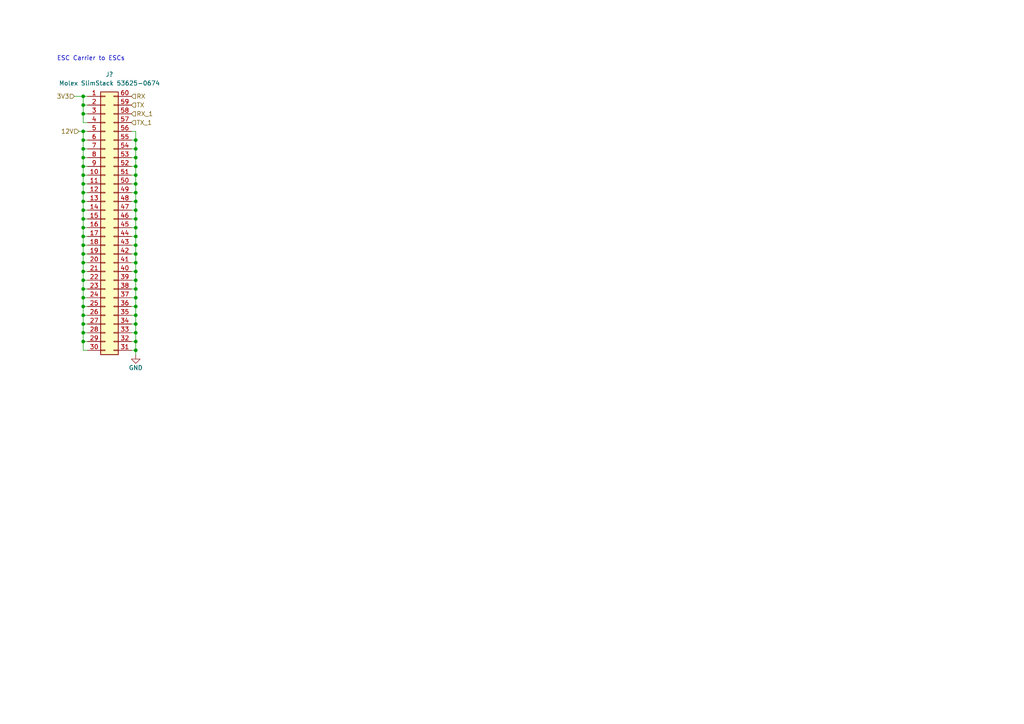
<source format=kicad_sch>
(kicad_sch (version 20230409) (generator eeschema)
  (paper "A4")
  (lib_symbols
    (symbol "Connector_Generic:Conn_02x30_Counter_Clockwise" (pin_names (offset 1.016) hide)
      (property "Reference" "J" (at 1.27 38.1 0))
      (property "Value" "Conn_02x30_Counter_Clockwise" (at 1.27 -40.64 0))
      (symbol "Conn_02x30_Counter_Clockwise_1_1"
        (rectangle (start -1.27 -37.973) (end 0 -38.227) (stroke (width 0.1524)))
        (rectangle (start -1.27 -35.433) (end 0 -35.687) (stroke (width 0.1524)))
        (rectangle (start -1.27 -32.893) (end 0 -33.147) (stroke (width 0.1524)))
        (rectangle (start -1.27 -30.353) (end 0 -30.607) (stroke (width 0.1524)))
        (rectangle (start -1.27 -27.813) (end 0 -28.067) (stroke (width 0.1524)))
        (rectangle (start -1.27 -25.273) (end 0 -25.527) (stroke (width 0.1524)))
        (rectangle (start -1.27 -22.733) (end 0 -22.987) (stroke (width 0.1524)))
        (rectangle (start -1.27 -20.193) (end 0 -20.447) (stroke (width 0.1524)))
        (rectangle (start -1.27 -17.653) (end 0 -17.907) (stroke (width 0.1524)))
        (rectangle (start -1.27 -15.113) (end 0 -15.367) (stroke (width 0.1524)))
        (rectangle (start -1.27 -12.573) (end 0 -12.827) (stroke (width 0.1524)))
        (rectangle (start -1.27 -10.033) (end 0 -10.287) (stroke (width 0.1524)))
        (rectangle (start -1.27 -7.493) (end 0 -7.747) (stroke (width 0.1524)))
        (rectangle (start -1.27 -4.953) (end 0 -5.207) (stroke (width 0.1524)))
        (rectangle (start -1.27 -2.413) (end 0 -2.667) (stroke (width 0.1524)))
        (rectangle (start -1.27 0.127) (end 0 -0.127) (stroke (width 0.1524)))
        (rectangle (start -1.27 2.667) (end 0 2.413) (stroke (width 0.1524)))
        (rectangle (start -1.27 5.207) (end 0 4.953) (stroke (width 0.1524)))
        (rectangle (start -1.27 7.747) (end 0 7.493) (stroke (width 0.1524)))
        (rectangle (start -1.27 10.287) (end 0 10.033) (stroke (width 0.1524)))
        (rectangle (start -1.27 12.827) (end 0 12.573) (stroke (width 0.1524)))
        (rectangle (start -1.27 15.367) (end 0 15.113) (stroke (width 0.1524)))
        (rectangle (start -1.27 17.907) (end 0 17.653) (stroke (width 0.1524)))
        (rectangle (start -1.27 20.447) (end 0 20.193) (stroke (width 0.1524)))
        (rectangle (start -1.27 22.987) (end 0 22.733) (stroke (width 0.1524)))
        (rectangle (start -1.27 25.527) (end 0 25.273) (stroke (width 0.1524)))
        (rectangle (start -1.27 28.067) (end 0 27.813) (stroke (width 0.1524)))
        (rectangle (start -1.27 30.607) (end 0 30.353) (stroke (width 0.1524)))
        (rectangle (start -1.27 33.147) (end 0 32.893) (stroke (width 0.1524)))
        (rectangle (start -1.27 35.687) (end 0 35.433) (stroke (width 0.1524)))
        (rectangle (start -1.27 36.83) (end 3.81 -39.37) (stroke (width 0.254)) (fill (type background)))
        (rectangle (start 3.81 -37.973) (end 2.54 -38.227) (stroke (width 0.1524)))
        (rectangle (start 3.81 -35.433) (end 2.54 -35.687) (stroke (width 0.1524)))
        (rectangle (start 3.81 -32.893) (end 2.54 -33.147) (stroke (width 0.1524)))
        (rectangle (start 3.81 -30.353) (end 2.54 -30.607) (stroke (width 0.1524)))
        (rectangle (start 3.81 -27.813) (end 2.54 -28.067) (stroke (width 0.1524)))
        (rectangle (start 3.81 -25.273) (end 2.54 -25.527) (stroke (width 0.1524)))
        (rectangle (start 3.81 -22.733) (end 2.54 -22.987) (stroke (width 0.1524)))
        (rectangle (start 3.81 -20.193) (end 2.54 -20.447) (stroke (width 0.1524)))
        (rectangle (start 3.81 -17.653) (end 2.54 -17.907) (stroke (width 0.1524)))
        (rectangle (start 3.81 -15.113) (end 2.54 -15.367) (stroke (width 0.1524)))
        (rectangle (start 3.81 -12.573) (end 2.54 -12.827) (stroke (width 0.1524)))
        (rectangle (start 3.81 -10.033) (end 2.54 -10.287) (stroke (width 0.1524)))
        (rectangle (start 3.81 -7.493) (end 2.54 -7.747) (stroke (width 0.1524)))
        (rectangle (start 3.81 -4.953) (end 2.54 -5.207) (stroke (width 0.1524)))
        (rectangle (start 3.81 -2.413) (end 2.54 -2.667) (stroke (width 0.1524)))
        (rectangle (start 3.81 0.127) (end 2.54 -0.127) (stroke (width 0.1524)))
        (rectangle (start 3.81 2.667) (end 2.54 2.413) (stroke (width 0.1524)))
        (rectangle (start 3.81 5.207) (end 2.54 4.953) (stroke (width 0.1524)))
        (rectangle (start 3.81 7.747) (end 2.54 7.493) (stroke (width 0.1524)))
        (rectangle (start 3.81 10.287) (end 2.54 10.033) (stroke (width 0.1524)))
        (rectangle (start 3.81 12.827) (end 2.54 12.573) (stroke (width 0.1524)))
        (rectangle (start 3.81 15.367) (end 2.54 15.113) (stroke (width 0.1524)))
        (rectangle (start 3.81 17.907) (end 2.54 17.653) (stroke (width 0.1524)))
        (rectangle (start 3.81 20.447) (end 2.54 20.193) (stroke (width 0.1524)))
        (rectangle (start 3.81 22.987) (end 2.54 22.733) (stroke (width 0.1524)))
        (rectangle (start 3.81 25.527) (end 2.54 25.273) (stroke (width 0.1524)))
        (rectangle (start 3.81 28.067) (end 2.54 27.813) (stroke (width 0.1524)))
        (rectangle (start 3.81 30.607) (end 2.54 30.353) (stroke (width 0.1524)))
        (rectangle (start 3.81 33.147) (end 2.54 32.893) (stroke (width 0.1524)))
        (rectangle (start 3.81 35.687) (end 2.54 35.433) (stroke (width 0.1524)))
        (pin passive line (at -5.08 35.56 0) (length 3.81) (name "Pin_1") (number "1"))
        (pin passive line (at -5.08 12.7 0) (length 3.81) (name "Pin_10") (number "10"))
        (pin passive line (at -5.08 10.16 0) (length 3.81) (name "Pin_11") (number "11"))
        (pin passive line (at -5.08 7.62 0) (length 3.81) (name "Pin_12") (number "12"))
        (pin passive line (at -5.08 5.08 0) (length 3.81) (name "Pin_13") (number "13"))
        (pin passive line (at -5.08 2.54 0) (length 3.81) (name "Pin_14") (number "14"))
        (pin passive line (at -5.08 0 0) (length 3.81) (name "Pin_15") (number "15"))
        (pin passive line (at -5.08 -2.54 0) (length 3.81) (name "Pin_16") (number "16"))
        (pin passive line (at -5.08 -5.08 0) (length 3.81) (name "Pin_17") (number "17"))
        (pin passive line (at -5.08 -7.62 0) (length 3.81) (name "Pin_18") (number "18"))
        (pin passive line (at -5.08 -10.16 0) (length 3.81) (name "Pin_19") (number "19"))
        (pin passive line (at -5.08 33.02 0) (length 3.81) (name "Pin_2") (number "2"))
        (pin passive line (at -5.08 -12.7 0) (length 3.81) (name "Pin_20") (number "20"))
        (pin passive line (at -5.08 -15.24 0) (length 3.81) (name "Pin_21") (number "21"))
        (pin passive line (at -5.08 -17.78 0) (length 3.81) (name "Pin_22") (number "22"))
        (pin passive line (at -5.08 -20.32 0) (length 3.81) (name "Pin_23") (number "23"))
        (pin passive line (at -5.08 -22.86 0) (length 3.81) (name "Pin_24") (number "24"))
        (pin passive line (at -5.08 -25.4 0) (length 3.81) (name "Pin_25") (number "25"))
        (pin passive line (at -5.08 -27.94 0) (length 3.81) (name "Pin_26") (number "26"))
        (pin passive line (at -5.08 -30.48 0) (length 3.81) (name "Pin_27") (number "27"))
        (pin passive line (at -5.08 -33.02 0) (length 3.81) (name "Pin_28") (number "28"))
        (pin passive line (at -5.08 -35.56 0) (length 3.81) (name "Pin_29") (number "29"))
        (pin passive line (at -5.08 30.48 0) (length 3.81) (name "Pin_3") (number "3"))
        (pin passive line (at -5.08 -38.1 0) (length 3.81) (name "Pin_30") (number "30"))
        (pin passive line (at 7.62 -38.1 180) (length 3.81) (name "Pin_31") (number "31"))
        (pin passive line (at 7.62 -35.56 180) (length 3.81) (name "Pin_32") (number "32"))
        (pin passive line (at 7.62 -33.02 180) (length 3.81) (name "Pin_33") (number "33"))
        (pin passive line (at 7.62 -30.48 180) (length 3.81) (name "Pin_34") (number "34"))
        (pin passive line (at 7.62 -27.94 180) (length 3.81) (name "Pin_35") (number "35"))
        (pin passive line (at 7.62 -25.4 180) (length 3.81) (name "Pin_36") (number "36"))
        (pin passive line (at 7.62 -22.86 180) (length 3.81) (name "Pin_37") (number "37"))
        (pin passive line (at 7.62 -20.32 180) (length 3.81) (name "Pin_38") (number "38"))
        (pin passive line (at 7.62 -17.78 180) (length 3.81) (name "Pin_39") (number "39"))
        (pin passive line (at -5.08 27.94 0) (length 3.81) (name "Pin_4") (number "4"))
        (pin passive line (at 7.62 -15.24 180) (length 3.81) (name "Pin_40") (number "40"))
        (pin passive line (at 7.62 -12.7 180) (length 3.81) (name "Pin_41") (number "41"))
        (pin passive line (at 7.62 -10.16 180) (length 3.81) (name "Pin_42") (number "42"))
        (pin passive line (at 7.62 -7.62 180) (length 3.81) (name "Pin_43") (number "43"))
        (pin passive line (at 7.62 -5.08 180) (length 3.81) (name "Pin_44") (number "44"))
        (pin passive line (at 7.62 -2.54 180) (length 3.81) (name "Pin_45") (number "45"))
        (pin passive line (at 7.62 0 180) (length 3.81) (name "Pin_46") (number "46"))
        (pin passive line (at 7.62 2.54 180) (length 3.81) (name "Pin_47") (number "47"))
        (pin passive line (at 7.62 5.08 180) (length 3.81) (name "Pin_48") (number "48"))
        (pin passive line (at 7.62 7.62 180) (length 3.81) (name "Pin_49") (number "49"))
        (pin passive line (at -5.08 25.4 0) (length 3.81) (name "Pin_5") (number "5"))
        (pin passive line (at 7.62 10.16 180) (length 3.81) (name "Pin_50") (number "50"))
        (pin passive line (at 7.62 12.7 180) (length 3.81) (name "Pin_51") (number "51"))
        (pin passive line (at 7.62 15.24 180) (length 3.81) (name "Pin_52") (number "52"))
        (pin passive line (at 7.62 17.78 180) (length 3.81) (name "Pin_53") (number "53"))
        (pin passive line (at 7.62 20.32 180) (length 3.81) (name "Pin_54") (number "54"))
        (pin passive line (at 7.62 22.86 180) (length 3.81) (name "Pin_55") (number "55"))
        (pin passive line (at 7.62 25.4 180) (length 3.81) (name "Pin_56") (number "56"))
        (pin passive line (at 7.62 27.94 180) (length 3.81) (name "Pin_57") (number "57"))
        (pin passive line (at 7.62 30.48 180) (length 3.81) (name "Pin_58") (number "58"))
        (pin passive line (at 7.62 33.02 180) (length 3.81) (name "Pin_59") (number "59"))
        (pin passive line (at -5.08 22.86 0) (length 3.81) (name "Pin_6") (number "6"))
        (pin passive line (at 7.62 35.56 180) (length 3.81) (name "Pin_60") (number "60"))
        (pin passive line (at -5.08 20.32 0) (length 3.81) (name "Pin_7") (number "7"))
        (pin passive line (at -5.08 17.78 0) (length 3.81) (name "Pin_8") (number "8"))
        (pin passive line (at -5.08 15.24 0) (length 3.81) (name "Pin_9") (number "9"))
      )
    )
    (symbol "power:GND" (power) (pin_names (offset 0))
      (property "Value" "GND" (at 0 -3.81 0))
      (symbol "GND_0_1"
        (polyline (pts (xy 0 0) (xy 0 -1.27) (xy 1.27 -1.27) (xy 0 -2.54) (xy -1.27 -1.27) (xy 0 -1.27)))
      )
      (symbol "GND_1_1"
        (pin power_in line (at 0 0 270) (length 0) hide (name "GND") (number "1"))
      )
    )
  )
  (junction (at 24.13 53.34))
  (junction (at 24.13 40.64))
  (junction (at 39.37 53.34))
  (junction (at 24.13 30.48))
  (junction (at 39.37 78.74))
  (junction (at 39.37 58.42))
  (junction (at 39.37 73.66))
  (junction (at 24.13 50.8))
  (junction (at 24.13 58.42))
  (junction (at 24.13 33.02))
  (junction (at 24.13 83.82))
  (junction (at 39.37 96.52))
  (junction (at 24.13 76.2))
  (junction (at 24.13 73.66))
  (junction (at 24.13 68.58))
  (junction (at 24.13 81.28))
  (junction (at 24.13 99.06))
  (junction (at 24.13 78.74))
  (junction (at 39.37 50.8))
  (junction (at 24.13 27.94))
  (junction (at 24.13 88.9))
  (junction (at 24.13 71.12))
  (junction (at 24.13 91.44))
  (junction (at 39.37 86.36))
  (junction (at 24.13 38.1))
  (junction (at 24.13 96.52))
  (junction (at 39.37 45.72))
  (junction (at 39.37 76.2))
  (junction (at 39.37 60.96))
  (junction (at 39.37 101.6))
  (junction (at 39.37 40.64))
  (junction (at 39.37 93.98))
  (junction (at 39.37 68.58))
  (junction (at 39.37 71.12))
  (junction (at 39.37 81.28))
  (junction (at 39.37 43.18))
  (junction (at 24.13 60.96))
  (junction (at 39.37 91.44))
  (junction (at 39.37 48.26))
  (junction (at 24.13 55.88))
  (junction (at 24.13 48.26))
  (junction (at 39.37 63.5))
  (junction (at 24.13 43.18))
  (junction (at 39.37 83.82))
  (junction (at 39.37 66.04))
  (junction (at 39.37 99.06))
  (junction (at 39.37 88.9))
  (junction (at 24.13 63.5))
  (junction (at 24.13 45.72))
  (junction (at 24.13 66.04))
  (junction (at 24.13 86.36))
  (junction (at 24.13 93.98))
  (junction (at 39.37 55.88))
  (wire (pts (xy 24.13 55.88) (xy 25.4 55.88)))
  (wire (pts (xy 39.37 43.18) (xy 39.37 45.72)))
  (wire (pts (xy 24.13 53.34) (xy 25.4 53.34)))
  (wire (pts (xy 24.13 78.74) (xy 25.4 78.74)))
  (wire (pts (xy 24.13 88.9) (xy 24.13 91.44)))
  (wire (pts (xy 24.13 50.8) (xy 25.4 50.8)))
  (wire (pts (xy 24.13 71.12) (xy 24.13 73.66)))
  (wire (pts (xy 39.37 86.36) (xy 39.37 88.9)))
  (wire (pts (xy 24.13 33.02) (xy 25.4 33.02)))
  (wire (pts (xy 38.1 99.06) (xy 39.37 99.06)))
  (wire (pts (xy 24.13 73.66) (xy 25.4 73.66)))
  (wire (pts (xy 24.13 78.74) (xy 24.13 81.28)))
  (wire (pts (xy 39.37 73.66) (xy 39.37 76.2)))
  (wire (pts (xy 24.13 99.06) (xy 24.13 101.6)))
  (wire (pts (xy 24.13 60.96) (xy 25.4 60.96)))
  (wire (pts (xy 38.1 63.5) (xy 39.37 63.5)))
  (wire (pts (xy 24.13 48.26) (xy 24.13 50.8)))
  (wire (pts (xy 38.1 45.72) (xy 39.37 45.72)))
  (wire (pts (xy 24.13 58.42) (xy 24.13 60.96)))
  (wire (pts (xy 39.37 55.88) (xy 39.37 58.42)))
  (wire (pts (xy 39.37 76.2) (xy 39.37 78.74)))
  (wire (pts (xy 24.13 83.82) (xy 24.13 86.36)))
  (wire (pts (xy 38.1 50.8) (xy 39.37 50.8)))
  (wire (pts (xy 24.13 86.36) (xy 24.13 88.9)))
  (wire (pts (xy 39.37 60.96) (xy 39.37 63.5)))
  (wire (pts (xy 38.1 55.88) (xy 39.37 55.88)))
  (wire (pts (xy 38.1 76.2) (xy 39.37 76.2)))
  (wire (pts (xy 24.13 71.12) (xy 25.4 71.12)))
  (wire (pts (xy 24.13 91.44) (xy 24.13 93.98)))
  (wire (pts (xy 24.13 76.2) (xy 24.13 78.74)))
  (wire (pts (xy 39.37 48.26) (xy 39.37 50.8)))
  (wire (pts (xy 38.1 83.82) (xy 39.37 83.82)))
  (wire (pts (xy 24.13 35.56) (xy 24.13 33.02)))
  (wire (pts (xy 38.1 40.64) (xy 39.37 40.64)))
  (wire (pts (xy 39.37 83.82) (xy 39.37 86.36)))
  (wire (pts (xy 39.37 63.5) (xy 39.37 66.04)))
  (wire (pts (xy 39.37 66.04) (xy 39.37 68.58)))
  (wire (pts (xy 24.13 63.5) (xy 25.4 63.5)))
  (wire (pts (xy 24.13 43.18) (xy 25.4 43.18)))
  (wire (pts (xy 24.13 55.88) (xy 24.13 58.42)))
  (wire (pts (xy 24.13 40.64) (xy 25.4 40.64)))
  (wire (pts (xy 38.1 66.04) (xy 39.37 66.04)))
  (wire (pts (xy 25.4 101.6) (xy 24.13 101.6)))
  (wire (pts (xy 39.37 50.8) (xy 39.37 53.34)))
  (wire (pts (xy 39.37 93.98) (xy 39.37 96.52)))
  (wire (pts (xy 38.1 93.98) (xy 39.37 93.98)))
  (wire (pts (xy 24.13 66.04) (xy 24.13 68.58)))
  (wire (pts (xy 24.13 50.8) (xy 24.13 53.34)))
  (wire (pts (xy 39.37 101.6) (xy 38.1 101.6)))
  (wire (pts (xy 24.13 45.72) (xy 24.13 48.26)))
  (wire (pts (xy 25.4 35.56) (xy 24.13 35.56)))
  (wire (pts (xy 21.59 27.94) (xy 24.13 27.94)))
  (wire (pts (xy 39.37 53.34) (xy 39.37 55.88)))
  (wire (pts (xy 24.13 38.1) (xy 24.13 40.64)))
  (wire (pts (xy 24.13 40.64) (xy 24.13 43.18)))
  (wire (pts (xy 24.13 81.28) (xy 24.13 83.82)))
  (wire (pts (xy 24.13 60.96) (xy 24.13 63.5)))
  (wire (pts (xy 24.13 30.48) (xy 24.13 27.94)))
  (wire (pts (xy 39.37 38.1) (xy 39.37 40.64)))
  (wire (pts (xy 38.1 81.28) (xy 39.37 81.28)))
  (wire (pts (xy 38.1 91.44) (xy 39.37 91.44)))
  (wire (pts (xy 24.13 43.18) (xy 24.13 45.72)))
  (wire (pts (xy 24.13 83.82) (xy 25.4 83.82)))
  (wire (pts (xy 39.37 45.72) (xy 39.37 48.26)))
  (wire (pts (xy 38.1 58.42) (xy 39.37 58.42)))
  (wire (pts (xy 24.13 91.44) (xy 25.4 91.44)))
  (wire (pts (xy 24.13 68.58) (xy 24.13 71.12)))
  (wire (pts (xy 38.1 38.1) (xy 39.37 38.1)))
  (wire (pts (xy 39.37 99.06) (xy 39.37 101.6)))
  (wire (pts (xy 24.13 93.98) (xy 25.4 93.98)))
  (wire (pts (xy 24.13 96.52) (xy 24.13 99.06)))
  (wire (pts (xy 24.13 66.04) (xy 25.4 66.04)))
  (wire (pts (xy 38.1 53.34) (xy 39.37 53.34)))
  (wire (pts (xy 24.13 48.26) (xy 25.4 48.26)))
  (wire (pts (xy 24.13 86.36) (xy 25.4 86.36)))
  (wire (pts (xy 38.1 71.12) (xy 39.37 71.12)))
  (wire (pts (xy 39.37 91.44) (xy 39.37 93.98)))
  (wire (pts (xy 38.1 60.96) (xy 39.37 60.96)))
  (wire (pts (xy 38.1 86.36) (xy 39.37 86.36)))
  (wire (pts (xy 24.13 38.1) (xy 25.4 38.1)))
  (wire (pts (xy 24.13 33.02) (xy 24.13 30.48)))
  (wire (pts (xy 24.13 68.58) (xy 25.4 68.58)))
  (wire (pts (xy 24.13 81.28) (xy 25.4 81.28)))
  (wire (pts (xy 24.13 45.72) (xy 25.4 45.72)))
  (wire (pts (xy 24.13 58.42) (xy 25.4 58.42)))
  (wire (pts (xy 39.37 81.28) (xy 39.37 83.82)))
  (wire (pts (xy 38.1 68.58) (xy 39.37 68.58)))
  (wire (pts (xy 38.1 73.66) (xy 39.37 73.66)))
  (wire (pts (xy 39.37 88.9) (xy 39.37 91.44)))
  (wire (pts (xy 24.13 30.48) (xy 25.4 30.48)))
  (wire (pts (xy 24.13 76.2) (xy 25.4 76.2)))
  (wire (pts (xy 38.1 48.26) (xy 39.37 48.26)))
  (wire (pts (xy 24.13 88.9) (xy 25.4 88.9)))
  (wire (pts (xy 38.1 96.52) (xy 39.37 96.52)))
  (wire (pts (xy 38.1 43.18) (xy 39.37 43.18)))
  (wire (pts (xy 39.37 78.74) (xy 39.37 81.28)))
  (wire (pts (xy 38.1 78.74) (xy 39.37 78.74)))
  (wire (pts (xy 24.13 93.98) (xy 24.13 96.52)))
  (wire (pts (xy 39.37 68.58) (xy 39.37 71.12)))
  (wire (pts (xy 22.86 38.1) (xy 24.13 38.1)))
  (wire (pts (xy 39.37 71.12) (xy 39.37 73.66)))
  (wire (pts (xy 39.37 101.6) (xy 39.37 102.87)))
  (wire (pts (xy 24.13 96.52) (xy 25.4 96.52)))
  (wire (pts (xy 38.1 88.9) (xy 39.37 88.9)))
  (wire (pts (xy 39.37 40.64) (xy 39.37 43.18)))
  (wire (pts (xy 24.13 73.66) (xy 24.13 76.2)))
  (wire (pts (xy 24.13 99.06) (xy 25.4 99.06)))
  (wire (pts (xy 24.13 63.5) (xy 24.13 66.04)))
  (wire (pts (xy 24.13 27.94) (xy 25.4 27.94)))
  (wire (pts (xy 39.37 96.52) (xy 39.37 99.06)))
  (wire (pts (xy 39.37 58.42) (xy 39.37 60.96)))
  (wire (pts (xy 24.13 53.34) (xy 24.13 55.88)))
  (text "ESC Carrier to ESCs\n" (at 16.51 17.78 0) (effects (font (size 1.27 1.27)) (justify left bottom)))
  (hierarchical_label "TX_1" (shape input) (at 38.1 35.56 0))
  (hierarchical_label "RX" (shape input) (at 38.1 27.94 0))
  (hierarchical_label "3V3" (shape input) (at 21.59 27.94 180))
  (hierarchical_label "RX_1" (shape input) (at 38.1 33.02 0))
  (hierarchical_label "12V" (shape input) (at 22.86 38.1 180))
  (hierarchical_label "TX" (shape input) (at 38.1 30.48 0))
  (symbol (lib_id "power:GND") (at 39.37 102.87 0) (unit 1)
    (property "Reference" "#PWR06" (effects hide))
    (property "Value" "GND" (at 39.37 106.68 0))
    (instances (project "ESC_Carrier" (path "" (reference "#PWR06") (unit 1)) (path "" (reference "#PWR07") (unit 1)) (path "" (reference "#PWR014") (unit 1)) (path "" (reference "#PWR020") (unit 1)) (path "" (reference "#PWR026") (unit 1)) (path "" (reference "#PWR032") (unit 1)) (path "" (reference "#PWR038") (unit 1)) (path "" (reference "#PWR044") (unit 1)) (path "" (reference "#PWR050") (unit 1))))
  )
  (symbol (lib_id "Connector_Generic:Conn_02x30_Counter_Clockwise") (at 30.48 63.5 0) (unit 1)
    (property "Reference" "J?" (at 31.75 21.59 0))
    (property "Value" "Molex SlimStack 53625-0674" (at 31.75 24.13 0))
    (property "Footprint" "Connector_Molex:Molex_SlimStack_502430-6010_2x30_P0.40mm_Vertical" (effects hide))
    (instances (project "ESC_Carrier" (path "" (reference "J?") (unit 1)) (path "" (reference "J1") (unit 1)) (path "" (reference "J2") (unit 1)) (path "" (reference "J3") (unit 1)) (path "" (reference "J4") (unit 1)) (path "" (reference "J5") (unit 1)) (path "" (reference "J6") (unit 1)) (path "" (reference "J7") (unit 1)) (path "" (reference "J8") (unit 1))))
  )
)
</source>
